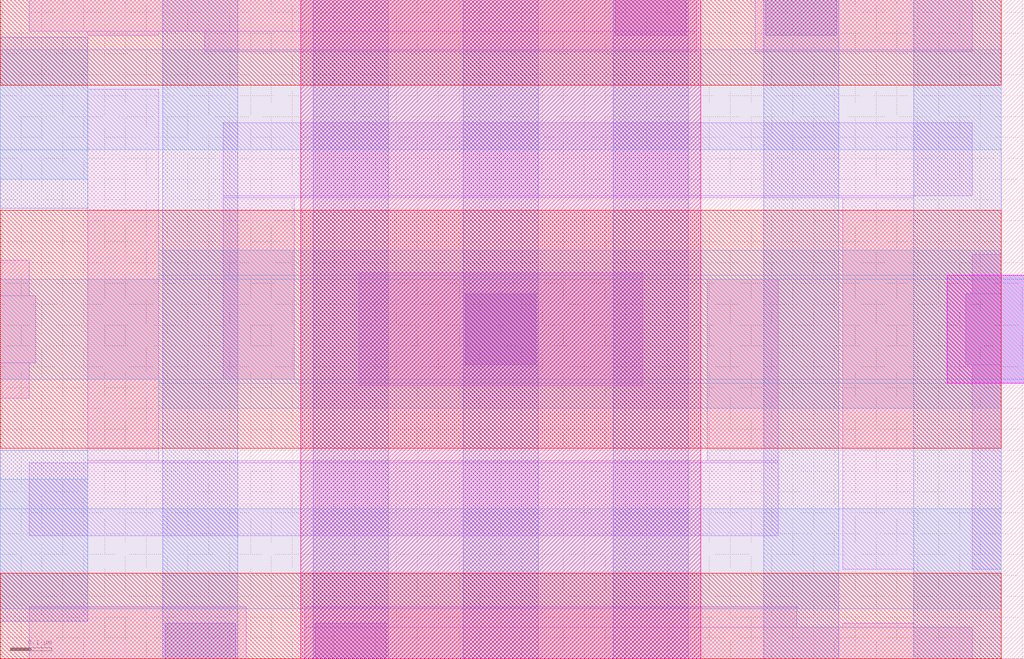
<source format=lef>
# Copyright 2020 The SkyWater PDK Authors
#
# Licensed under the Apache License, Version 2.0 (the "License");
# you may not use this file except in compliance with the License.
# You may obtain a copy of the License at
#
#     https://www.apache.org/licenses/LICENSE-2.0
#
# Unless required by applicable law or agreed to in writing, software
# distributed under the License is distributed on an "AS IS" BASIS,
# WITHOUT WARRANTIES OR CONDITIONS OF ANY KIND, either express or implied.
# See the License for the specific language governing permissions and
# limitations under the License.
#
# SPDX-License-Identifier: Apache-2.0

VERSION 5.7 ;
  NOWIREEXTENSIONATPIN ON ;
  DIVIDERCHAR "/" ;
  BUSBITCHARS "[]" ;
MACRO sky130_fd_bd_sram__sram_dp_cell_opt2
  CLASS BLOCK ;
  FOREIGN sky130_fd_bd_sram__sram_dp_cell_opt2 ;
  ORIGIN  0.000000  0.000000 ;
  SIZE  2.455000 BY  1.580000 ;
  OBS
    LAYER li1 ;
      RECT 0.000000 0.625000 0.070000 0.710000 ;
      RECT 0.000000 0.710000 0.085000 0.870000 ;
      RECT 0.000000 0.870000 0.070000 0.955000 ;
      RECT 0.070000 0.000000 0.590000 0.125000 ;
      RECT 0.070000 0.295000 1.865000 0.470000 ;
      RECT 0.070000 1.505000 1.670000 1.580000 ;
      RECT 0.210000 0.470000 1.865000 0.475000 ;
      RECT 0.210000 0.475000 0.380000 1.365000 ;
      RECT 0.210000 1.495000 0.380000 1.505000 ;
      RECT 0.490000 1.455000 1.670000 1.505000 ;
      RECT 0.535000 0.670000 0.705000 1.105000 ;
      RECT 0.535000 1.105000 2.190000 1.110000 ;
      RECT 0.535000 1.110000 2.330000 1.285000 ;
      RECT 0.730000 0.000000 2.330000 0.075000 ;
      RECT 0.730000 0.075000 1.910000 0.125000 ;
      RECT 0.860000 0.655000 1.540000 0.925000 ;
      RECT 1.695000 0.475000 1.865000 0.910000 ;
      RECT 1.810000 1.455000 2.330000 1.580000 ;
      RECT 2.020000 0.075000 2.190000 0.085000 ;
      RECT 2.020000 0.215000 2.190000 1.105000 ;
      RECT 2.315000 0.705000 2.400000 0.875000 ;
      RECT 2.330000 0.215000 2.400000 0.705000 ;
      RECT 2.330000 0.875000 2.400000 0.970000 ;
    LAYER mcon ;
      RECT 0.395000 0.000000 0.565000 0.085000 ;
      RECT 0.755000 0.000000 0.925000 0.085000 ;
      RECT 1.115000 0.705000 1.285000 0.875000 ;
      RECT 1.475000 1.495000 1.645000 1.580000 ;
      RECT 1.835000 1.495000 2.005000 1.580000 ;
    LAYER met1 ;
      RECT 0.000000 0.090000 0.210000 0.500000 ;
      RECT 0.000000 1.080000 0.210000 1.490000 ;
      RECT 0.390000 0.000000 0.570000 1.580000 ;
      RECT 0.750000 0.000000 0.930000 1.580000 ;
      RECT 1.110000 0.000000 1.290000 1.580000 ;
      RECT 1.470000 0.000000 1.650000 1.580000 ;
      RECT 1.830000 0.000000 2.010000 1.580000 ;
      RECT 2.190000 0.000000 2.400000 0.660000 ;
      RECT 2.190000 0.660000 2.455000 0.920000 ;
      RECT 2.190000 0.920000 2.400000 1.580000 ;
    LAYER met2 ;
      RECT 0.000000 0.120000 2.400000 0.360000 ;
      RECT 0.000000 0.360000 0.210000 0.430000 ;
      RECT 0.000000 0.670000 2.455000 0.910000 ;
      RECT 0.000000 1.150000 0.210000 1.220000 ;
      RECT 0.000000 1.220000 2.400000 1.460000 ;
      RECT 0.380000 0.600000 2.400000 0.660000 ;
      RECT 0.380000 0.660000 2.455000 0.670000 ;
      RECT 0.380000 0.910000 2.455000 0.920000 ;
      RECT 0.380000 0.920000 2.400000 0.980000 ;
    LAYER met3 ;
      RECT 0.000000 0.000000 2.400000 0.205000 ;
      RECT 0.000000 0.505000 2.400000 1.075000 ;
      RECT 0.000000 1.375000 2.400000 1.580000 ;
    LAYER nwell ;
      RECT 0.720000 0.000000 1.680000 1.580000 ;
    LAYER via ;
      RECT 2.270000 0.660000 2.455000 0.920000 ;
  END
END sky130_fd_bd_sram__sram_dp_cell_opt2
END LIBRARY

</source>
